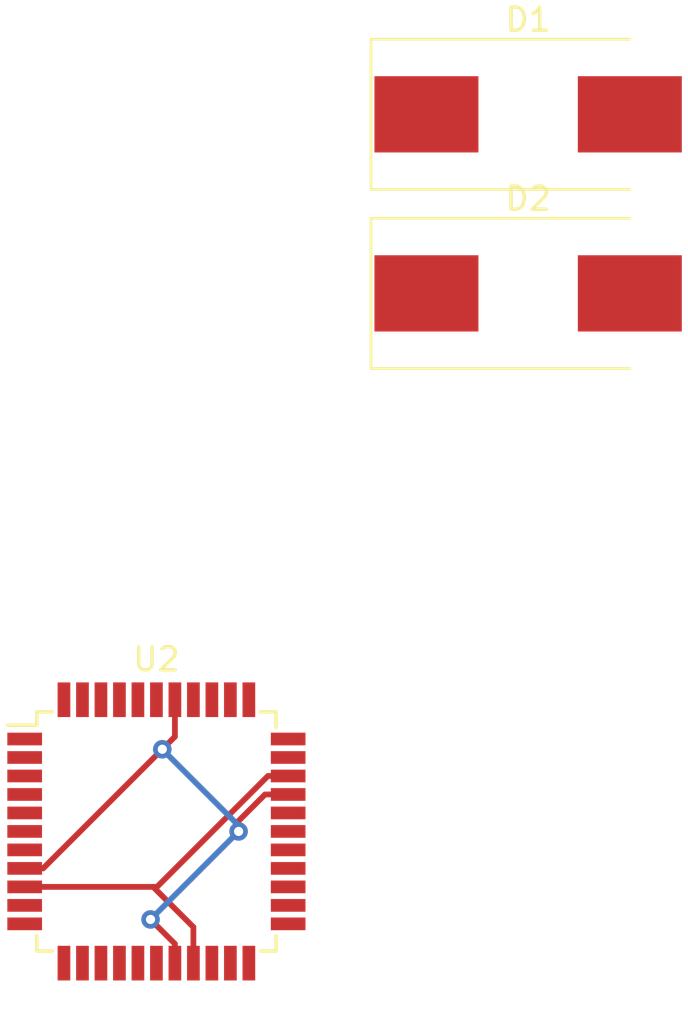
<source format=kicad_pcb>
(kicad_pcb (version 20211014) (generator pcbnew)
  (layers (0 "F.Cu" signal) (31 "B.Cu" signal) (34 "B.Paste" user) (35 "F.Paste" user) (36 "B.SilkS" user "B.Silkscreen") (37 "F.SilkS" user "F.Silkscreen") (38 "B.Mask" user) (39 "F.Mask" user) (44 "Edge.Cuts" user))
  (net 0 "")
  (net 1 "GND1")
  (net 2 "/dcc1")
  (net 10 "+3.3VP")
  (net 31 "PDI_DATA")
  (net 32 "PDICLK")
  (net 33 "Net-(C3-Pad2)")
  (net 34 "Net-(C4-Pad2)")
  (net 35 "Net-(C2-Pad1)")
  (net 36 "/sens_0")
  (footprint "Diode_SMD:D_SMC_Handsoldering" (layer "F.Cu") (at 164.928 62.69)
    (fp_text reference "D1" (at 0 -4.1) (layer "F.SilkS"))
    (fp_text value "SB340")
    (fp_line (start -6.8 3.25) (end 4.4 3.25) (layer "F.SilkS") (width 0.12))
    (fp_line (start -6.8 3.25) (end -6.8 -3.25) (layer "F.SilkS") (width 0.12))
    (fp_line (start -6.8 -3.25) (end 4.4 -3.25) (layer "F.SilkS") (width 0.12))
    (pad "1" smd rect (at -4.4 0 90) (size 3.3 4.5) (layers "F.Cu" "F.Paste" "F.Mask") (net 1 "GND1"))
    (pad "2" smd rect (at 4.4 0 90) (size 3.3 4.5) (layers "F.Cu" "F.Paste" "F.Mask") (net 2 "/dcc1"))
  )
  (footprint "Diode_SMD:D_SMC_Handsoldering" (layer "F.Cu") (at 164.928 70.44)
    (fp_text reference "D2" (at 0 -4.1) (layer "F.SilkS"))
    (fp_text value "SB340")
    (fp_line (start -6.8 3.25) (end 4.4 3.25) (layer "F.SilkS") (width 0.12))
    (fp_line (start -6.8 3.25) (end -6.8 -3.25) (layer "F.SilkS") (width 0.12))
    (fp_line (start -6.8 -3.25) (end 4.4 -3.25) (layer "F.SilkS") (width 0.12))
    (pad "1" smd rect (at -4.4 0 90) (size 3.3 4.5) (layers "F.Cu" "F.Paste" "F.Mask") (net 2 "/dcc1"))
    (pad "2" smd rect (at 4.4 0 90) (size 3.3 4.5) (layers "F.Cu" "F.Paste" "F.Mask") (net 1 "GND1"))
  )
  (footprint "Package_QFP:TQFP-44_10x10mm_P0.8mm" (layer "F.Cu") (at 148.844 93.726)
    (fp_text reference "U2" (at 0 -7.45) (layer "F.SilkS"))
    (fp_text value "ATxmega32A4U-A")
    (fp_line (start -5.175 -4.6) (end -6.45 -4.6) (layer "F.SilkS") (width 0.15))
    (fp_line (start 5.175 -5.175) (end 4.5 -5.175) (layer "F.SilkS") (width 0.15))
    (fp_line (start 5.175 5.175) (end 5.175 4.5) (layer "F.SilkS") (width 0.15))
    (fp_line (start -5.175 -5.175) (end -4.5 -5.175) (layer "F.SilkS") (width 0.15))
    (fp_line (start 5.175 5.175) (end 4.5 5.175) (layer "F.SilkS") (width 0.15))
    (fp_line (start -5.175 5.175) (end -5.175 4.5) (layer "F.SilkS") (width 0.15))
    (fp_line (start -5.175 -5.175) (end -5.175 -4.6) (layer "F.SilkS") (width 0.15))
    (fp_line (start 5.175 -5.175) (end 5.175 -4.5) (layer "F.SilkS") (width 0.15))
    (fp_line (start -5.175 5.175) (end -4.5 5.175) (layer "F.SilkS") (width 0.15))
    (pad "1" smd rect (at -5.7 -4) (size 1.5 0.55) (layers "F.Cu" "F.Paste" "F.Mask"))
    (pad "2" smd rect (at -5.7 -3.2) (size 1.5 0.55) (layers "F.Cu" "F.Paste" "F.Mask"))
    (pad "3" smd rect (at -5.7 -2.4) (size 1.5 0.55) (layers "F.Cu" "F.Paste" "F.Mask"))
    (pad "4" smd rect (at -5.7 -1.6) (size 1.5 0.55) (layers "F.Cu" "F.Paste" "F.Mask"))
    (pad "5" smd rect (at -5.7 -0.8) (size 1.5 0.55) (layers "F.Cu" "F.Paste" "F.Mask"))
    (pad "6" smd rect (at -5.7 0) (size 1.5 0.55) (layers "F.Cu" "F.Paste" "F.Mask"))
    (pad "7" smd rect (at -5.7 0.8) (size 1.5 0.55) (layers "F.Cu" "F.Paste" "F.Mask"))
    (pad "8" smd rect (at -5.7 1.6) (size 1.5 0.55) (layers "F.Cu" "F.Paste" "F.Mask") (net 1 "GND1"))
    (pad "9" smd rect (at -5.7 2.4) (size 1.5 0.55) (layers "F.Cu" "F.Paste" "F.Mask") (net 10 "+3.3VP"))
    (pad "10" smd rect (at -5.7 3.2) (size 1.5 0.55) (layers "F.Cu" "F.Paste" "F.Mask"))
    (pad "11" smd rect (at -5.7 4) (size 1.5 0.55) (layers "F.Cu" "F.Paste" "F.Mask"))
    (pad "12" smd rect (at -4 5.7 90) (size 1.5 0.55) (layers "F.Cu" "F.Paste" "F.Mask"))
    (pad "13" smd rect (at -3.2 5.7 90) (size 1.5 0.55) (layers "F.Cu" "F.Paste" "F.Mask"))
    (pad "14" smd rect (at -2.4 5.7 90) (size 1.5 0.55) (layers "F.Cu" "F.Paste" "F.Mask"))
    (pad "15" smd rect (at -1.6 5.7 90) (size 1.5 0.55) (layers "F.Cu" "F.Paste" "F.Mask"))
    (pad "16" smd rect (at -0.8 5.7 90) (size 1.5 0.55) (layers "F.Cu" "F.Paste" "F.Mask"))
    (pad "17" smd rect (at 0 5.7 90) (size 1.5 0.55) (layers "F.Cu" "F.Paste" "F.Mask"))
    (pad "18" smd rect (at 0.8 5.7 90) (size 1.5 0.55) (layers "F.Cu" "F.Paste" "F.Mask") (net 1 "GND1"))
    (pad "19" smd rect (at 1.6 5.7 90) (size 1.5 0.55) (layers "F.Cu" "F.Paste" "F.Mask") (net 10 "+3.3VP"))
    (pad "20" smd rect (at 2.4 5.7 90) (size 1.5 0.55) (layers "F.Cu" "F.Paste" "F.Mask"))
    (pad "21" smd rect (at 3.2 5.7 90) (size 1.5 0.55) (layers "F.Cu" "F.Paste" "F.Mask"))
    (pad "22" smd rect (at 4 5.7 90) (size 1.5 0.55) (layers "F.Cu" "F.Paste" "F.Mask"))
    (pad "23" smd rect (at 5.7 4) (size 1.5 0.55) (layers "F.Cu" "F.Paste" "F.Mask"))
    (pad "24" smd rect (at 5.7 3.2) (size 1.5 0.55) (layers "F.Cu" "F.Paste" "F.Mask"))
    (pad "25" smd rect (at 5.7 2.4) (size 1.5 0.55) (layers "F.Cu" "F.Paste" "F.Mask"))
    (pad "26" smd rect (at 5.7 1.6) (size 1.5 0.55) (layers "F.Cu" "F.Paste" "F.Mask"))
    (pad "27" smd rect (at 5.7 0.8) (size 1.5 0.55) (layers "F.Cu" "F.Paste" "F.Mask"))
    (pad "28" smd rect (at 5.7 0) (size 1.5 0.55) (layers "F.Cu" "F.Paste" "F.Mask"))
    (pad "29" smd rect (at 5.7 -0.8) (size 1.5 0.55) (layers "F.Cu" "F.Paste" "F.Mask"))
    (pad "30" smd rect (at 5.7 -1.6) (size 1.5 0.55) (layers "F.Cu" "F.Paste" "F.Mask") (net 1 "GND1"))
    (pad "31" smd rect (at 5.7 -2.4) (size 1.5 0.55) (layers "F.Cu" "F.Paste" "F.Mask") (net 10 "+3.3VP"))
    (pad "32" smd rect (at 5.7 -3.2) (size 1.5 0.55) (layers "F.Cu" "F.Paste" "F.Mask"))
    (pad "33" smd rect (at 5.7 -4) (size 1.5 0.55) (layers "F.Cu" "F.Paste" "F.Mask"))
    (pad "34" smd rect (at 4 -5.7 90) (size 1.5 0.55) (layers "F.Cu" "F.Paste" "F.Mask") (net 31 "PDI_DATA"))
    (pad "35" smd rect (at 3.2 -5.7 90) (size 1.5 0.55) (layers "F.Cu" "F.Paste" "F.Mask") (net 32 "PDICLK"))
    (pad "36" smd rect (at 2.4 -5.7 90) (size 1.5 0.55) (layers "F.Cu" "F.Paste" "F.Mask") (net 33 "Net-(C3-Pad2)"))
    (pad "37" smd rect (at 1.6 -5.7 90) (size 1.5 0.55) (layers "F.Cu" "F.Paste" "F.Mask") (net 34 "Net-(C4-Pad2)"))
    (pad "38" smd rect (at 0.8 -5.7 90) (size 1.5 0.55) (layers "F.Cu" "F.Paste" "F.Mask") (net 1 "GND1"))
    (pad "39" smd rect (at 0 -5.7 90) (size 1.5 0.55) (layers "F.Cu" "F.Paste" "F.Mask") (net 35 "Net-(C2-Pad1)"))
    (pad "40" smd rect (at -0.8 -5.7 90) (size 1.5 0.55) (layers "F.Cu" "F.Paste" "F.Mask") (net 36 "/sens_0"))
    (pad "41" smd rect (at -1.6 -5.7 90) (size 1.5 0.55) (layers "F.Cu" "F.Paste" "F.Mask"))
    (pad "42" smd rect (at -2.4 -5.7 90) (size 1.5 0.55) (layers "F.Cu" "F.Paste" "F.Mask"))
    (pad "43" smd rect (at -3.2 -5.7 90) (size 1.5 0.55) (layers "F.Cu" "F.Paste" "F.Mask"))
    (pad "44" smd rect (at -4 -5.7 90) (size 1.5 0.55) (layers "F.Cu" "F.Paste" "F.Mask"))
  )
  (segment (start 143.144 95.326) (end 143.942 95.326) (width 0.25) (layer "F.Cu") (net 1))
  (segment (start 143.942 95.326) (end 149.098 90.17) (width 0.25) (layer "F.Cu") (net 1))
  (segment (start 149.644 89.624) (end 149.098 90.17) (width 0.25) (layer "F.Cu") (net 1))
  (segment (start 149.644 98.59) (end 149.644 99.426) (width 0.25) (layer "F.Cu") (net 1))
  (segment (start 152.4 93.27) (end 153.544 92.126) (width 0.25) (layer "F.Cu") (net 1))
  (segment (start 148.59 97.536) (end 149.644 98.59) (width 0.25) (layer "F.Cu") (net 1))
  (segment (start 153.544 92.126) (end 154.544 92.126) (width 0.25) (layer "F.Cu") (net 1))
  (segment (start 152.4 93.726) (end 152.4 93.27) (width 0.25) (layer "F.Cu") (net 1))
  (segment (start 149.644 88.026) (end 149.644 89.624) (width 0.25) (layer "F.Cu") (net 1))
  (via (at 152.4 93.726) (size 0.8) (drill 0.4) (layers "F.Cu" "B.Cu") (net 1))
  (via (at 148.59 97.536) (size 0.8) (drill 0.4) (layers "F.Cu" "B.Cu") (net 1))
  (via (at 149.098 90.17) (size 0.8) (drill 0.4) (layers "F.Cu" "B.Cu") (net 1))
  (segment (start 152.4 93.726) (end 148.59 97.536) (width 0.25) (layer "B.Cu") (net 1))
  (segment (start 152.4 93.472) (end 152.4 93.726) (width 0.25) (layer "B.Cu") (net 1))
  (segment (start 149.098 90.17) (end 152.4 93.472) (width 0.25) (layer "B.Cu") (net 1))
  (segment (start 153.669 91.326) (end 148.869 96.126) (width 0.25) (layer "F.Cu") (net 10))
  (segment (start 148.869 96.126) (end 148.704 96.126) (width 0.25) (layer "F.Cu") (net 10))
  (segment (start 154.544 91.326) (end 153.669 91.326) (width 0.25) (layer "F.Cu") (net 10))
  (segment (start 148.704 96.126) (end 150.444 97.866) (width 0.25) (layer "F.Cu") (net 10))
  (segment (start 148.704 96.126) (end 143.144 96.126) (width 0.25) (layer "F.Cu") (net 10))
  (segment (start 150.444 97.866) (end 150.444 99.426) (width 0.25) (layer "F.Cu") (net 10))
)
</source>
